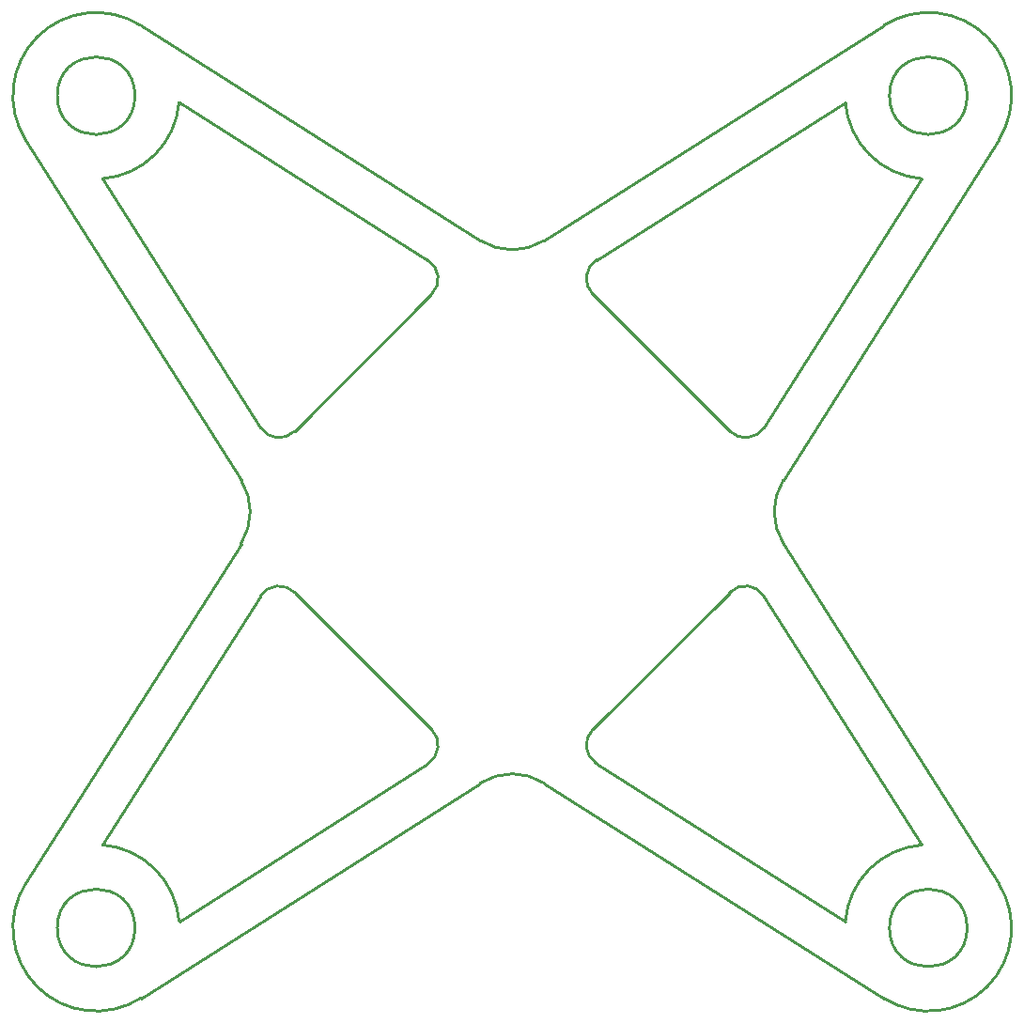
<source format=gko>
G04 Layer_Color=16711935*
%FSLAX44Y44*%
%MOMM*%
G71*
G01*
G75*
%ADD32C,0.2540*%
D32*
X283934Y407369D02*
G03*
X252896Y403928I-14142J-14142D01*
G01*
X403929Y252895D02*
G03*
X407370Y283933I-10701J16896D01*
G01*
X676071Y552634D02*
G03*
X707109Y556075I14142J14142D01*
G01*
X556076Y707109D02*
G03*
X552635Y676070I10701J-16896D01*
G01*
Y283933D02*
G03*
X556076Y252895I14142J-14142D01*
G01*
X707109Y403928D02*
G03*
X676071Y407369I-16896J-10701D01*
G01*
X252896Y556075D02*
G03*
X283934Y552634I16896J10701D01*
G01*
X407370Y676070D02*
G03*
X403929Y707109I-14142J14142D01*
G01*
X724451Y508698D02*
G03*
X724451Y451306I45309J-28696D01*
G01*
X508698Y235553D02*
G03*
X451307Y235553I-28696J-45309D01*
G01*
Y724450D02*
G03*
X508698Y724450I28696J45309D01*
G01*
X235554Y451306D02*
G03*
X235554Y508698I-45309J28696D01*
G01*
X890002Y105002D02*
G03*
X890002Y105002I-35000J0D01*
G01*
X849079Y179767D02*
G03*
X780237Y110925I5923J-74766D01*
G01*
X814873Y41641D02*
G03*
X918364Y145131I40129J63361D01*
G01*
X140002Y105002D02*
G03*
X140002Y105002I-35000J0D01*
G01*
X179768Y110925D02*
G03*
X110925Y179767I-74766J-5923D01*
G01*
X41641Y145131D02*
G03*
X145132Y41641I63361J-40129D01*
G01*
X890002Y855002D02*
G03*
X890002Y855002I-35000J0D01*
G01*
X780237Y849079D02*
G03*
X849079Y780236I74766J5923D01*
G01*
X918364Y814873D02*
G03*
X814873Y918363I-63361J40129D01*
G01*
X140002Y855002D02*
G03*
X140002Y855002I-35000J0D01*
G01*
X110925Y780236D02*
G03*
X179768Y849079I-5923J74766D01*
G01*
X145132Y918363D02*
G03*
X41641Y814873I-40129J-63361D01*
G01*
X556076Y252895D02*
X780237Y110925D01*
X707109Y403928D02*
X849079Y179767D01*
X724451Y451306D02*
X918364Y145131D01*
X508698Y235553D02*
X814873Y41641D01*
X552635Y283933D02*
X676071Y407369D01*
X179768Y110925D02*
X403929Y252895D01*
X110925Y179767D02*
X252896Y403928D01*
X41641Y145131D02*
X235554Y451306D01*
X145132Y41641D02*
X451307Y235553D01*
X283934Y407369D02*
X407370Y283933D01*
X556076Y707109D02*
X780237Y849079D01*
X707109Y556075D02*
X849079Y780236D01*
X724451Y508698D02*
X918364Y814873D01*
X508698Y724450D02*
X814873Y918363D01*
X552635Y676070D02*
X676071Y552634D01*
X179768Y849079D02*
X403929Y707109D01*
X110925Y780236D02*
X252896Y556075D01*
X41641Y814873D02*
X235554Y508698D01*
X145132Y918363D02*
X451307Y724450D01*
X283934Y552634D02*
X407370Y676070D01*
M02*

</source>
